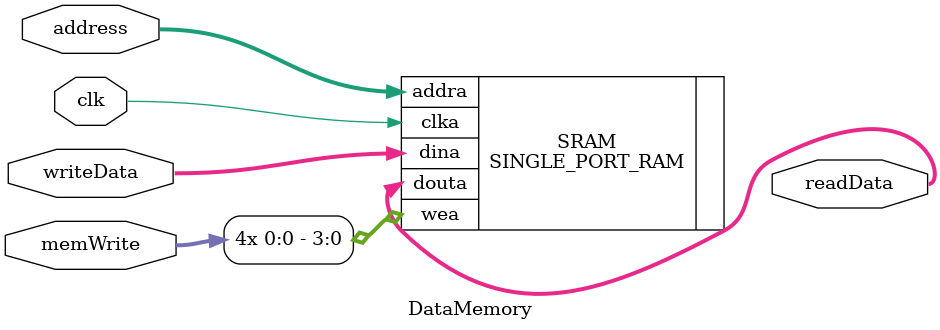
<source format=v>


`timescale 1ns / 1ps

// Module for the Data Memory
// Here "SINGLE_PORT_RAM" is a 32-bit enabled single-port RAM IP-CORE generated 
// in the Xilinx. The data memory is synchronized with the rest of the modules 
// in the processor through "clk".
// "memWrite" is an enabler to write to the memory.
// "address" is the address of a memory location in the RAM.
// "writeData" is the 32-bit data that is to be written at a location when enabled.
// "readData" is a 32-bit output that is the data read/fetched from the data memory.

module DataMemory ( clk , memWrite , address , writeData , readData );
	input wire clk, memWrite ;
	input wire [31:0] address ;
	input wire signed [31:0] writeData ;
	output wire signed [31:0] readData ;
	SINGLE_PORT_RAM SRAM (.clka(clk), .wea({memWrite, memWrite, memWrite, memWrite}), 
								 .addra(address), .dina(writeData), .douta(readData)) ;
								 // instantiate single-port RAM ip-core
endmodule

</source>
